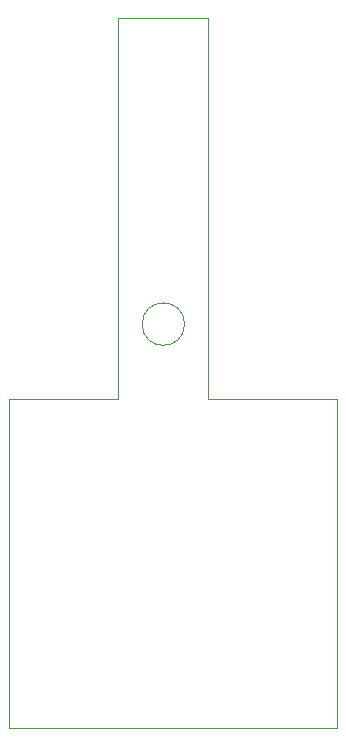
<source format=gm1>
G04 #@! TF.GenerationSoftware,KiCad,Pcbnew,6.0.10*
G04 #@! TF.CreationDate,2023-06-20T13:54:13-05:00*
G04 #@! TF.ProjectId,sensor_sigfox_1,73656e73-6f72-45f7-9369-67666f785f31,rev?*
G04 #@! TF.SameCoordinates,Original*
G04 #@! TF.FileFunction,Profile,NP*
%FSLAX46Y46*%
G04 Gerber Fmt 4.6, Leading zero omitted, Abs format (unit mm)*
G04 Created by KiCad (PCBNEW 6.0.10) date 2023-06-20 13:54:13*
%MOMM*%
%LPD*%
G01*
G04 APERTURE LIST*
G04 #@! TA.AperFunction,Profile*
%ADD10C,0.100000*%
G04 #@! TD*
G04 APERTURE END LIST*
D10*
X134366000Y-68326000D02*
X141478000Y-68326000D01*
X122936000Y-68326000D02*
X118618000Y-68326000D01*
X141478000Y-82804000D02*
X141478000Y-68326000D01*
X141478000Y-96139000D02*
X113665000Y-96139000D01*
X128542051Y-61976000D02*
G75*
G03*
X128542051Y-61976000I-1796051J0D01*
G01*
X141478000Y-82804000D02*
X141478000Y-96139000D01*
X130556000Y-36068000D02*
X130556000Y-68326000D01*
X113665000Y-96139000D02*
X113665000Y-68326000D01*
X122936000Y-36068000D02*
X130556000Y-36068000D01*
X122936000Y-36068000D02*
X122936000Y-68326000D01*
X113665000Y-68326000D02*
X118618000Y-68326000D01*
X130556000Y-68326000D02*
X134366000Y-68326000D01*
M02*

</source>
